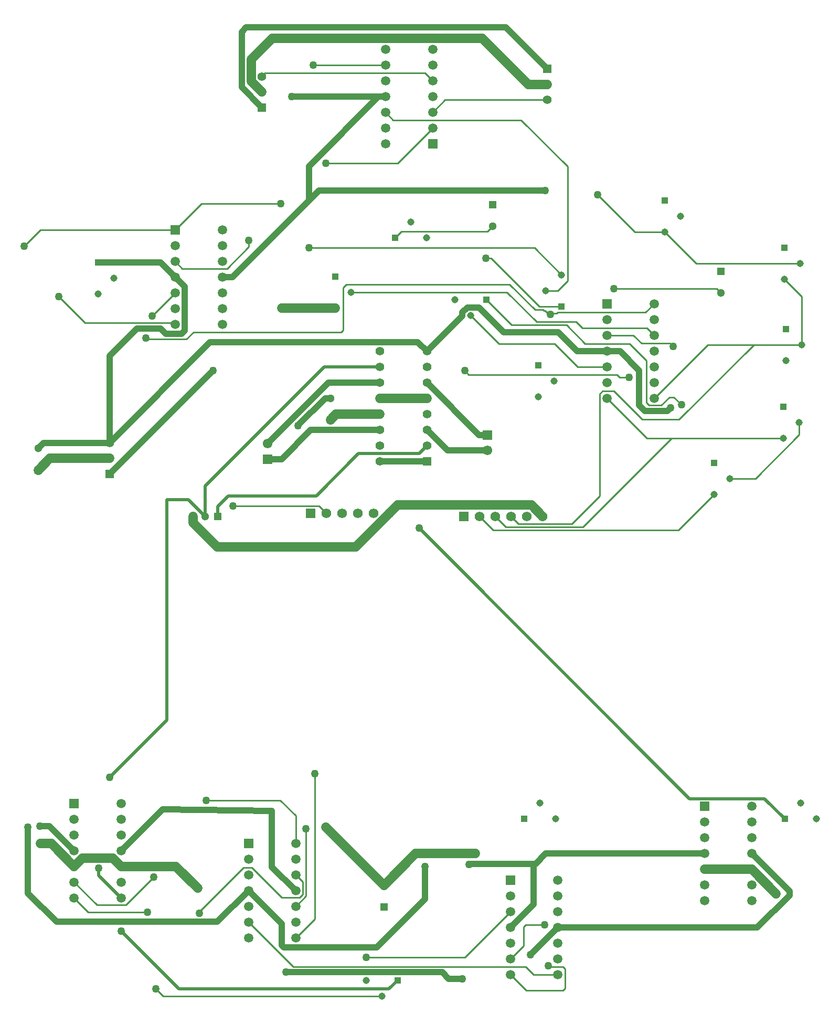
<source format=gbl>
G04*
G04 #@! TF.GenerationSoftware,Altium Limited,Altium Designer,24.1.2 (44)*
G04*
G04 Layer_Physical_Order=2*
G04 Layer_Color=16711680*
%FSLAX44Y44*%
%MOMM*%
G71*
G04*
G04 #@! TF.SameCoordinates,85EAEC8C-3496-431A-917F-130F63ABBC40*
G04*
G04*
G04 #@! TF.FilePolarity,Positive*
G04*
G01*
G75*
%ADD14C,0.2540*%
%ADD39C,1.5700*%
%ADD40R,1.5700X1.5700*%
%ADD41C,1.3000*%
%ADD42R,1.3000X1.3000*%
%ADD43R,1.3000X1.3000*%
%ADD46R,1.4000X1.4000*%
%ADD47C,1.4000*%
%ADD51R,1.5500X1.5500*%
%ADD52C,1.5500*%
%ADD55C,0.5000*%
%ADD56C,1.5000*%
%ADD57C,1.0000*%
%ADD58C,1.1400*%
%ADD59R,1.1400X1.1400*%
%ADD60R,1.5000X1.5000*%
%ADD61C,1.5000*%
%ADD62R,1.1400X1.1400*%
%ADD63R,1.4000X1.4000*%
%ADD64C,1.2700*%
D14*
X906476Y924780D02*
X914473D01*
X904532Y922835D02*
X906476Y924780D01*
X915962Y926268D02*
X1058192D01*
X894240Y928708D02*
X896036D01*
X892396Y930552D02*
X894240Y928708D01*
X901909Y922835D02*
X904532D01*
X896036Y928708D02*
X901909Y922835D01*
X914473Y924780D02*
X915962Y926268D01*
X879569Y930552D02*
X892396D01*
X838843Y971277D02*
X879569Y930552D01*
X808871Y1013441D02*
X886534Y935778D01*
X922667D01*
X1103871Y789667D02*
X1115962Y777576D01*
X1158674Y874349D02*
X1233151D01*
X1060022Y723219D02*
X1099801D01*
X702085Y1312145D02*
X714498Y1299732D01*
X444283Y1312145D02*
X702085D01*
X439158Y1307021D02*
X444283Y1312145D01*
X734503Y1268936D02*
X899414D01*
X714498Y1248932D02*
X734503Y1268936D01*
X261755Y920323D02*
X299055Y957624D01*
Y1008424D02*
X310366Y997114D01*
X382841D01*
X417711Y1031983D01*
Y1042143D01*
X299055Y1059224D02*
X341411Y1101579D01*
X469019D01*
X81477Y1059224D02*
X299055D01*
X54999Y1032745D02*
X81477Y1059224D01*
X607703Y-114065D02*
X766489D01*
X840245Y-40308D01*
Y-141908D02*
X865742Y-167405D01*
X924822D01*
X927997Y-164230D01*
Y-132480D01*
X924822Y-129305D02*
X927997Y-132480D01*
X901238Y-129305D02*
X924822D01*
X493471Y19057D02*
X504833Y7694D01*
Y-12719D02*
Y7694D01*
X499753Y-17799D02*
X504833Y-12719D01*
X471178Y-17799D02*
X499753D01*
X422918Y30461D02*
X471178Y-17799D01*
X409075Y30461D02*
X422918D01*
X337828Y-40786D02*
X409075Y30461D01*
X337828Y-42691D02*
Y-40786D01*
X657824Y1166857D02*
X714498Y1223532D01*
X542171Y1166857D02*
X657824D01*
X219408Y-29412D02*
X264295Y15475D01*
X172741Y-29412D02*
X219408D01*
X136031Y7298D02*
X172741Y-29412D01*
X158841Y-40913D02*
X254135D01*
X136031Y-18102D02*
X158841Y-40913D01*
X1071883Y787559D02*
X1158674Y874349D01*
X1194084Y657869D02*
X1235237D01*
X1306149Y728780D01*
Y748619D01*
X1140073Y1005159D02*
X1307419D01*
X1089039Y1056194D02*
X1140073Y1005159D01*
X1099801Y723219D02*
X1280749D01*
X956699Y580117D02*
X1099801Y723219D01*
X832867Y580117D02*
X956699D01*
X815481Y597503D02*
X832867Y580117D01*
X878832Y1030413D02*
X922667Y986578D01*
X515293Y1030413D02*
X878832D01*
X799981Y1013441D02*
X808871D01*
X251595Y883227D02*
Y884790D01*
Y883227D02*
X251849Y882973D01*
X317360D01*
X328702Y894315D01*
X566428D01*
X569857Y897744D01*
Y966070D01*
X575064Y971277D01*
X838843D01*
X1058192Y926268D02*
X1071883Y939959D01*
X524137Y-51877D02*
Y181845D01*
X493471Y-82543D02*
X524137Y-51877D01*
X1111252Y575037D02*
X1168684Y632469D01*
X812547Y575037D02*
X1111252D01*
X790081Y597503D02*
X812547Y575037D01*
X1060122Y900919D02*
X1071883Y889159D01*
X956191Y900919D02*
X1060122D01*
X946082Y911028D02*
X956191Y900919D01*
X882187Y911028D02*
X946082D01*
X834647Y958568D02*
X882187Y911028D01*
X582780Y958568D02*
X834647D01*
X1096864Y789667D02*
X1103871D01*
X1083445Y776248D02*
X1096864Y789667D01*
X1063844Y776248D02*
X1083445D01*
X1059569Y780523D02*
X1063844Y776248D01*
X1059569Y780523D02*
Y848595D01*
X1032137Y876027D02*
X1059569Y848595D01*
X960509Y876027D02*
X1032137D01*
X930588Y905948D02*
X960509Y876027D01*
X841835Y905948D02*
X930588D01*
X801308Y946475D02*
X841835Y905948D01*
X111133Y951465D02*
X153218Y909380D01*
X296499D01*
X299055Y906824D01*
X948394Y838359D02*
X995683D01*
X911233Y875519D02*
X948394Y838359D01*
X821464Y875519D02*
X911233D01*
X775908Y921075D02*
X821464Y875519D01*
X1173075Y964165D02*
X1179678Y957562D01*
X1007245Y964165D02*
X1173075D01*
X897267Y961178D02*
X916374D01*
X932315Y977119D01*
Y1161523D01*
X857385Y1236453D02*
X932315Y1161523D01*
X650777Y1236453D02*
X857385D01*
X638298Y1248932D02*
X650777Y1236453D01*
X1016135Y821671D02*
X1031629D01*
X1012071Y825735D02*
X1016135Y821671D01*
X772549Y825735D02*
X1012071D01*
X766199Y832085D02*
X772549Y825735D01*
X840881Y597503D02*
X853187Y585197D01*
X939427D01*
X984131Y629901D01*
Y794620D01*
X988576Y799065D01*
X1006991D01*
X1052711Y753345D01*
X1112147D01*
X1233151Y874349D01*
X1309959D01*
X995683Y787559D02*
X1060022Y723219D01*
X268105Y-164611D02*
X280090Y-176595D01*
X632434D01*
X864878Y-61536D02*
X895231D01*
X861146Y-65267D02*
X864878Y-61536D01*
X861146Y-95607D02*
Y-65267D01*
X840245Y-116508D02*
X861146Y-95607D01*
X348877Y139427D02*
X468511D01*
X493471Y114468D01*
Y69857D02*
Y114468D01*
X392311Y613645D02*
X531051D01*
X542737Y601959D01*
X1097938Y876281D02*
X1102749Y871470D01*
X1051441Y876281D02*
X1097938D01*
X1038564Y889159D02*
X1051441Y876281D01*
X995683Y889159D02*
X1038564D01*
X1041201Y1056194D02*
X1089039D01*
X981083Y1116311D02*
X1041201Y1056194D01*
X509913Y-15301D02*
Y93199D01*
X493471Y-31743D02*
X509913Y-15301D01*
X1309959Y874349D02*
Y951819D01*
X1282019Y979759D02*
X1309959Y951819D01*
X522072Y1325132D02*
X638298D01*
X521851Y1325353D02*
X522072Y1325132D01*
X417271Y-57143D02*
X489272Y-129145D01*
X864846D01*
X877608Y-141908D01*
X916445D01*
X653944Y1046697D02*
X663868Y1056621D01*
X802883D01*
X811457Y1065196D01*
D39*
X644337Y601959D02*
D03*
X618937D02*
D03*
X593537D02*
D03*
X568137D02*
D03*
X542737D02*
D03*
X891681Y597503D02*
D03*
X866281D02*
D03*
X840881D02*
D03*
X815481D02*
D03*
X790081D02*
D03*
D40*
X517337Y601959D02*
D03*
X764681Y597503D02*
D03*
D41*
X327573Y597056D02*
D03*
X347573D02*
D03*
X549408Y788017D02*
D03*
X1179678Y957562D02*
D03*
X811457Y1065196D02*
D03*
X78113Y706969D02*
D03*
X635989Y2092D02*
D03*
D42*
X367573Y597056D02*
D03*
D43*
X549408Y753017D02*
D03*
X1179678Y992561D02*
D03*
X811457Y1100196D02*
D03*
X78113Y671969D02*
D03*
X635989Y-32908D02*
D03*
D46*
X193109Y665820D02*
D03*
X899414Y1318937D02*
D03*
X439158Y1257021D02*
D03*
D47*
X193109Y690821D02*
D03*
Y715821D02*
D03*
X899414Y1293937D02*
D03*
Y1268936D02*
D03*
X439158Y1282020D02*
D03*
Y1307021D02*
D03*
X705242Y711112D02*
D03*
Y736512D02*
D03*
Y761912D02*
D03*
Y787312D02*
D03*
Y812712D02*
D03*
Y838112D02*
D03*
Y863512D02*
D03*
X629042Y685712D02*
D03*
Y711112D02*
D03*
Y736512D02*
D03*
Y761912D02*
D03*
Y787312D02*
D03*
Y812712D02*
D03*
Y838112D02*
D03*
Y863512D02*
D03*
D51*
X448106Y689755D02*
D03*
X802793Y728478D02*
D03*
D52*
X448106Y714756D02*
D03*
X802793Y703477D02*
D03*
D55*
X193348Y176328D02*
X285387Y268366D01*
Y624183D01*
X320445D01*
X347573Y597056D01*
Y646377D01*
X693047Y578085D02*
X1129165Y141967D01*
X1250264D01*
X1283032Y109199D01*
X175903Y18226D02*
X212231Y-18102D01*
X175903Y18226D02*
Y29699D01*
X644164Y-164865D02*
X657833Y-151195D01*
X305449Y-164865D02*
X644164D01*
X212231Y-71647D02*
X305449Y-164865D01*
X367573Y597056D02*
Y613240D01*
X384488Y630155D01*
X526677D01*
X595003Y698481D01*
X692612D01*
X705242Y711112D01*
X347573Y646377D02*
X539307Y838112D01*
X629042D01*
D56*
X327573Y587340D02*
Y597056D01*
Y587340D02*
X366545Y548367D01*
X869244Y1293937D02*
X899414D01*
X794647Y1368533D02*
X869244Y1293937D01*
X456192Y1368533D02*
X794647D01*
X422029Y1334370D02*
X456192Y1368533D01*
X422029Y1299150D02*
Y1334370D01*
Y1299150D02*
X439158Y1282020D01*
X470797Y933168D02*
X557379D01*
X96964Y690821D02*
X193109D01*
X78113Y671969D02*
X96964Y690821D01*
X558302Y761912D02*
X629042D01*
X549408Y753017D02*
X558302Y761912D01*
X635989Y2092D02*
X687099Y53201D01*
X783725D01*
X1229677Y27783D02*
X1268727Y-11266D01*
X1268865D01*
X98950Y69778D02*
X136031Y32698D01*
X81481Y69778D02*
X98950D01*
X541790Y96291D02*
X635989Y2092D01*
X644337Y601959D02*
X657802Y615423D01*
X873761D01*
X891681Y597503D01*
X300412Y32698D02*
X335415Y-2305D01*
X212231Y32698D02*
X300412D01*
X136031D02*
X149449Y46117D01*
X198812D01*
X212231Y32698D01*
X590746Y548367D02*
X644337Y601959D01*
X366545Y548367D02*
X590746D01*
X629042Y787312D02*
X705242D01*
X1153477Y27783D02*
X1229677D01*
D57*
X740460Y-148487D02*
X762259D01*
X729928Y-137955D02*
X740460Y-148487D01*
X773336Y36811D02*
X877451D01*
X880753D01*
X487358Y1274332D02*
X627180D01*
X514893Y1106653D02*
X530901Y1122661D01*
X80862Y97778D02*
X96350D01*
X136031Y58098D01*
X367033Y-56581D02*
X417271Y-6343D01*
X107497Y-56581D02*
X367033D01*
X61603Y-10687D02*
X107497Y-56581D01*
X61603Y-10687D02*
Y95628D01*
X880753Y36811D02*
X897125Y53183D01*
X840245Y-65708D02*
X877451Y-28502D01*
Y36811D01*
X897125Y53183D02*
X1153477D01*
X417271Y-6343D02*
X471139Y-60212D01*
Y-94937D02*
Y-60212D01*
Y-94937D02*
X474353Y-98151D01*
X623871D01*
X702191Y-19831D01*
Y32493D01*
X1093491Y767438D02*
X1098181Y772128D01*
X1056779Y767438D02*
X1093491D01*
X1047882Y776335D02*
X1056779Y767438D01*
X1047882Y776335D02*
Y832765D01*
X1016888Y863759D02*
X1047882Y832765D01*
X995683Y863759D02*
X1016888D01*
X86965Y715821D02*
X193109D01*
X78113Y706969D02*
X86965Y715821D01*
X193109D02*
Y856054D01*
X237625Y900570D01*
X275321D01*
X284107Y891783D01*
X309642D01*
X314333Y896474D01*
Y967746D01*
X299055Y983024D02*
X314333Y967746D01*
X193109Y665820D02*
X360053Y832765D01*
X872625Y-109528D02*
X916445Y-65708D01*
X1229677Y53183D02*
X1290328Y-7467D01*
Y-13817D02*
Y-7467D01*
X1238437Y-65708D02*
X1290328Y-13817D01*
X916445Y-65708D02*
X1238437D01*
X477401Y-137955D02*
X729928D01*
X455303Y31824D02*
X493471Y-6343D01*
X455303Y31824D02*
Y121774D01*
X279082Y124949D02*
X455303Y121774D01*
X212231Y58098D02*
X279082Y124949D01*
X738276Y703477D02*
X802793D01*
X705242Y736512D02*
X738276Y703477D01*
X705242Y812712D02*
X789476Y728478D01*
X802793D01*
X448106Y714756D02*
X546062Y812712D01*
X629042D01*
X517384Y736512D02*
X629042D01*
X470628Y689755D02*
X517384Y736512D01*
X448106Y689755D02*
X470628D01*
X627180Y1274332D02*
X638298D01*
X514893Y1162045D02*
X627180Y1274332D01*
X514893Y1106653D02*
Y1162045D01*
X391264Y983024D02*
X514893Y1106653D01*
X275128Y1006951D02*
X299055Y983024D01*
X174735Y1006951D02*
X275128D01*
X947632Y863759D02*
X995683D01*
X917075Y894315D02*
X947632Y863759D01*
X829445Y894315D02*
X917075D01*
X789313Y934447D02*
X829445Y894315D01*
X770517Y934447D02*
X789313D01*
X762643Y926573D02*
X770517Y934447D01*
X762643Y920913D02*
Y926573D01*
X705242Y863512D02*
X762643Y920913D01*
X496959Y743947D02*
X497467Y744455D01*
Y744582D01*
X540901Y788017D01*
X549408D01*
X530901Y1122661D02*
X896247D01*
X375255Y983024D02*
X391264D01*
X406789Y1289390D02*
X439158Y1257021D01*
X406789Y1289390D02*
Y1378947D01*
X413647Y1385805D01*
X832546D01*
X899414Y1318937D01*
X193109Y715821D02*
X355347Y878059D01*
X690695D01*
X705242Y863512D01*
X629042Y685712D02*
X705242D01*
D58*
X1280749Y723219D02*
D03*
X1306149Y748619D02*
D03*
X582780Y958568D02*
D03*
X557379Y933168D02*
D03*
X200135Y981551D02*
D03*
X174735Y956151D02*
D03*
X632434Y-176595D02*
D03*
X607034Y-151195D02*
D03*
X679344Y1072097D02*
D03*
X704744Y1046697D02*
D03*
X887270Y134871D02*
D03*
X912670Y109471D02*
D03*
X1114439Y1081594D02*
D03*
X1089039Y1056194D02*
D03*
X1307419Y1005159D02*
D03*
X1282019Y979759D02*
D03*
X897267Y961178D02*
D03*
X922667Y986578D02*
D03*
X910869Y815461D02*
D03*
X885469Y790061D02*
D03*
X1308432Y134599D02*
D03*
X1333832Y109199D02*
D03*
X775908Y921075D02*
D03*
X750508Y946475D02*
D03*
X1309959Y874349D02*
D03*
X1284559Y848949D02*
D03*
X1194084Y657869D02*
D03*
X1168684Y632469D02*
D03*
D59*
X1280749Y774019D02*
D03*
X557379Y983968D02*
D03*
X174735Y1006951D02*
D03*
X1089039Y1106994D02*
D03*
X1282019Y1030559D02*
D03*
X922667Y935778D02*
D03*
X885469Y840861D02*
D03*
X1284559Y899749D02*
D03*
X1168684Y683269D02*
D03*
D60*
X299055Y1059224D02*
D03*
X136031Y134298D02*
D03*
X714498Y1198132D02*
D03*
X840245Y10492D02*
D03*
X995683Y939959D02*
D03*
X417271Y69857D02*
D03*
X1153477Y129383D02*
D03*
D61*
X299055Y1033824D02*
D03*
Y1008424D02*
D03*
Y983024D02*
D03*
Y957624D02*
D03*
Y932224D02*
D03*
Y906824D02*
D03*
X375255Y1059224D02*
D03*
Y1033824D02*
D03*
Y1008424D02*
D03*
Y983024D02*
D03*
Y957624D02*
D03*
Y932224D02*
D03*
Y906824D02*
D03*
X136031Y108898D02*
D03*
Y83498D02*
D03*
Y58098D02*
D03*
Y32698D02*
D03*
Y7298D02*
D03*
Y-18102D02*
D03*
X212231Y134298D02*
D03*
Y108898D02*
D03*
Y83498D02*
D03*
Y58098D02*
D03*
Y32698D02*
D03*
Y7298D02*
D03*
Y-18102D02*
D03*
X714498Y1223532D02*
D03*
Y1248932D02*
D03*
Y1274332D02*
D03*
Y1299732D02*
D03*
Y1325132D02*
D03*
Y1350532D02*
D03*
X638298Y1198132D02*
D03*
Y1223532D02*
D03*
Y1248932D02*
D03*
Y1274332D02*
D03*
Y1299732D02*
D03*
Y1325132D02*
D03*
Y1350532D02*
D03*
X840245Y-14908D02*
D03*
Y-40308D02*
D03*
Y-65708D02*
D03*
Y-91108D02*
D03*
Y-116508D02*
D03*
Y-141908D02*
D03*
X916445Y10492D02*
D03*
Y-14908D02*
D03*
Y-40308D02*
D03*
Y-65708D02*
D03*
Y-91108D02*
D03*
Y-116508D02*
D03*
Y-141908D02*
D03*
X995683Y914559D02*
D03*
Y889159D02*
D03*
Y863759D02*
D03*
Y838359D02*
D03*
Y812959D02*
D03*
Y787559D02*
D03*
X1071883Y939959D02*
D03*
Y914559D02*
D03*
Y889159D02*
D03*
Y863759D02*
D03*
Y838359D02*
D03*
Y812959D02*
D03*
Y787559D02*
D03*
X417271Y44457D02*
D03*
Y19057D02*
D03*
Y-6343D02*
D03*
Y-31743D02*
D03*
Y-57143D02*
D03*
Y-82543D02*
D03*
X493471Y69857D02*
D03*
Y44457D02*
D03*
Y19057D02*
D03*
Y-6343D02*
D03*
Y-31743D02*
D03*
Y-57143D02*
D03*
Y-82543D02*
D03*
X1153477Y103983D02*
D03*
Y78583D02*
D03*
Y53183D02*
D03*
Y27783D02*
D03*
Y2383D02*
D03*
Y-23017D02*
D03*
X1229677Y129383D02*
D03*
Y103983D02*
D03*
Y78583D02*
D03*
Y53183D02*
D03*
Y27783D02*
D03*
Y2383D02*
D03*
Y-23017D02*
D03*
D62*
X657833Y-151195D02*
D03*
X653944Y1046697D02*
D03*
X861870Y109471D02*
D03*
X1283032Y109199D02*
D03*
X801308Y946475D02*
D03*
D63*
X705242Y685712D02*
D03*
D64*
X193192Y176484D02*
D03*
X904532Y922835D02*
D03*
X1115962Y777576D02*
D03*
X762259Y-148487D02*
D03*
X773336Y36009D02*
D03*
X80862Y97778D02*
D03*
X61603Y95628D02*
D03*
X702191Y32493D02*
D03*
X1098181Y772128D02*
D03*
X360053Y832765D02*
D03*
X487358Y1274332D02*
D03*
X872625Y-109528D02*
D03*
X477401Y-137955D02*
D03*
X470797Y933168D02*
D03*
X783725Y53201D02*
D03*
X1268865Y-11266D02*
D03*
X81481Y69778D02*
D03*
X693047Y578085D02*
D03*
X175903Y29699D02*
D03*
X212231Y-71647D02*
D03*
X261755Y920323D02*
D03*
X417711Y1042143D02*
D03*
X469019Y1101579D02*
D03*
X54999Y1032745D02*
D03*
X607703Y-114065D02*
D03*
X901238Y-128035D02*
D03*
X337828Y-42691D02*
D03*
X542171Y1166857D02*
D03*
X264295Y15475D02*
D03*
X254135Y-40913D02*
D03*
X515293Y1030413D02*
D03*
X799981Y1013441D02*
D03*
X251595Y884790D02*
D03*
X541790Y96291D02*
D03*
X524137Y181845D02*
D03*
X111133Y951465D02*
D03*
X1007245Y964165D02*
D03*
X1031629Y821671D02*
D03*
X766199Y832085D02*
D03*
X268105Y-164611D02*
D03*
X895231Y-61536D02*
D03*
X348877Y139427D02*
D03*
X496959Y743947D02*
D03*
X392311Y613645D02*
D03*
X1102749Y871470D02*
D03*
X981083Y1116311D02*
D03*
X335415Y-2305D02*
D03*
X896247Y1122661D02*
D03*
X509913Y93199D02*
D03*
X521851Y1325353D02*
D03*
M02*

</source>
